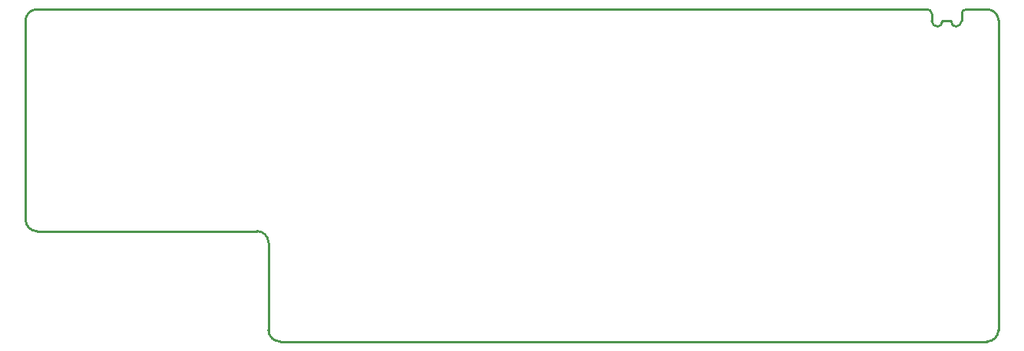
<source format=gbr>
G04 start of page 6 for group 4 idx 4 *
G04 Title: fet12v2logic, outline *
G04 Creator: pcb 20140316 *
G04 CreationDate: Wed 13 Jun 2018 07:44:19 AM GMT UTC *
G04 For: brian *
G04 Format: Gerber/RS-274X *
G04 PCB-Dimensions (mil): 6000.00 5000.00 *
G04 PCB-Coordinate-Origin: lower left *
%MOIN*%
%FSLAX25Y25*%
%LNOUTLINE*%
%ADD125C,0.0100*%
G54D125*X225500Y89500D02*Y51500D01*
X537500Y46500D02*X230500D01*
X220500Y94500D02*X125000D01*
X120000Y99500D02*Y186000D01*
X511500Y191000D02*X125000D01*
X513500Y189000D02*Y186000D01*
X526500Y189000D02*Y186000D01*
X518000D02*X522000D01*
Y185500D01*
X518000Y186000D02*Y185500D01*
X537500Y191000D02*X528500D01*
X542500Y186500D02*Y51500D01*
X225500Y89500D02*G75*G03X220500Y94500I-5000J0D01*G01*
X513500Y189000D02*G75*G03X511500Y191000I-2000J0D01*G01*
X526500Y189000D02*G75*G02X528500Y191000I2000J0D01*G01*
X526500Y186000D02*G75*G02X524000Y183500I-2500J0D01*G01*
G75*G02X522000Y185500I0J2000D01*G01*
X518000D02*G75*G02X516000Y183500I-2000J0D01*G01*
G75*G02X513500Y186000I0J2500D01*G01*
X542500D02*G75*G03X537500Y191000I-5000J0D01*G01*
X542500Y51500D02*G75*G02X537500Y46500I-5000J0D01*G01*
X230500D02*G75*G02X225500Y51500I0J5000D01*G01*
X125000Y94500D02*G75*G02X120000Y99500I0J5000D01*G01*
Y186000D02*G75*G02X125000Y191000I5000J0D01*G01*
M02*

</source>
